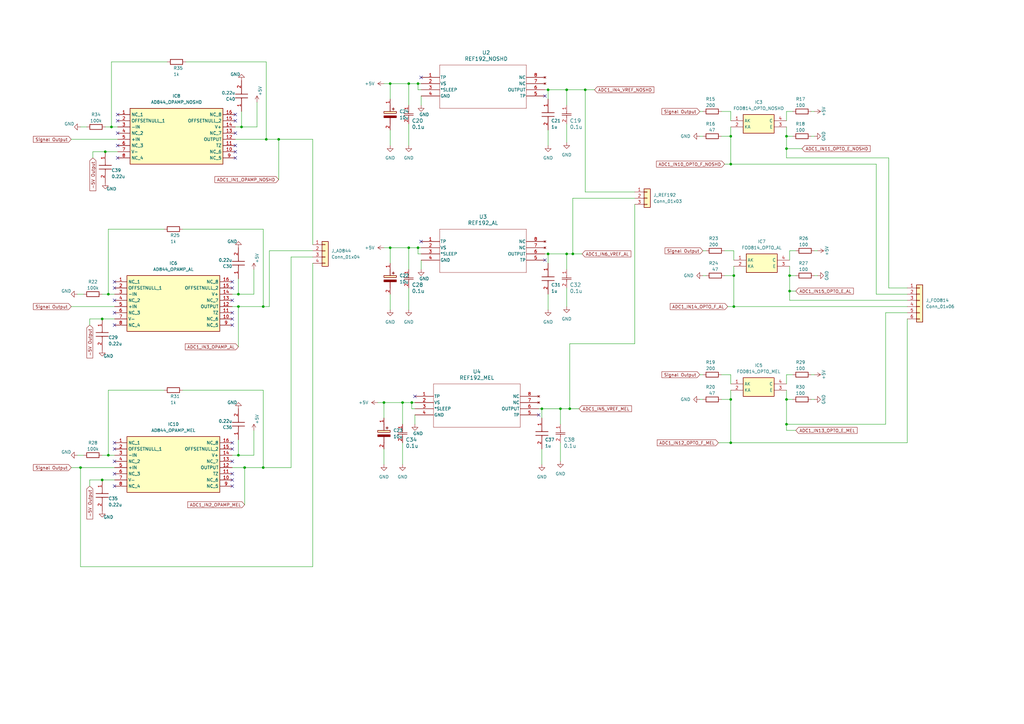
<source format=kicad_sch>
(kicad_sch (version 20230121) (generator eeschema)
  (paper "A3")
  (title_block (title "REF192-AD844-FOD814 Testing Circuits") (rev "1"))
  (lib_symbols
    (symbol "Connector_Generic:Conn_01x03" (pin_names (offset 1.016) hide)
      (property "Reference" "J" (at 0 5.08 0))
      (property "Value" "Conn_01x03" (at 0 -5.08 0))
      (symbol "Conn_01x03_1_1"
        (rectangle (start -1.27 -2.413) (end 0 -2.667) (stroke (width 0.1524)))
        (rectangle (start -1.27 0.127) (end 0 -0.127) (stroke (width 0.1524)))
        (rectangle (start -1.27 2.667) (end 0 2.413) (stroke (width 0.1524)))
        (rectangle (start -1.27 3.81) (end 1.27 -3.81) (stroke (width 0.254)) (fill (type background)))
        (pin passive line (at -5.08 2.54 0) (length 3.81) (name "Pin_1") (number "1"))
        (pin passive line (at -5.08 0 0) (length 3.81) (name "Pin_2") (number "2"))
        (pin passive line (at -5.08 -2.54 0) (length 3.81) (name "Pin_3") (number "3"))
      )
    )
    (symbol "Connector_Generic:Conn_01x04" (pin_names (offset 1.016) hide)
      (property "Reference" "J" (at 0 5.08 0))
      (property "Value" "Conn_01x04" (at 0 -7.62 0))
      (symbol "Conn_01x04_1_1"
        (rectangle (start -1.27 -4.953) (end 0 -5.207) (stroke (width 0.1524)))
        (rectangle (start -1.27 -2.413) (end 0 -2.667) (stroke (width 0.1524)))
        (rectangle (start -1.27 0.127) (end 0 -0.127) (stroke (width 0.1524)))
        (rectangle (start -1.27 2.667) (end 0 2.413) (stroke (width 0.1524)))
        (rectangle (start -1.27 3.81) (end 1.27 -6.35) (stroke (width 0.254)) (fill (type background)))
        (pin passive line (at -5.08 2.54 0) (length 3.81) (name "Pin_1") (number "1"))
        (pin passive line (at -5.08 0 0) (length 3.81) (name "Pin_2") (number "2"))
        (pin passive line (at -5.08 -2.54 0) (length 3.81) (name "Pin_3") (number "3"))
        (pin passive line (at -5.08 -5.08 0) (length 3.81) (name "Pin_4") (number "4"))
      )
    )
    (symbol "Connector_Generic:Conn_01x06" (pin_names (offset 1.016) hide)
      (property "Reference" "J" (at 0 7.62 0))
      (property "Value" "Conn_01x06" (at 0 -10.16 0))
      (symbol "Conn_01x06_1_1"
        (rectangle (start -1.27 -7.493) (end 0 -7.747) (stroke (width 0.1524)))
        (rectangle (start -1.27 -4.953) (end 0 -5.207) (stroke (width 0.1524)))
        (rectangle (start -1.27 -2.413) (end 0 -2.667) (stroke (width 0.1524)))
        (rectangle (start -1.27 0.127) (end 0 -0.127) (stroke (width 0.1524)))
        (rectangle (start -1.27 2.667) (end 0 2.413) (stroke (width 0.1524)))
        (rectangle (start -1.27 5.207) (end 0 4.953) (stroke (width 0.1524)))
        (rectangle (start -1.27 6.35) (end 1.27 -8.89) (stroke (width 0.254)) (fill (type background)))
        (pin passive line (at -5.08 5.08 0) (length 3.81) (name "Pin_1") (number "1"))
        (pin passive line (at -5.08 2.54 0) (length 3.81) (name "Pin_2") (number "2"))
        (pin passive line (at -5.08 0 0) (length 3.81) (name "Pin_3") (number "3"))
        (pin passive line (at -5.08 -2.54 0) (length 3.81) (name "Pin_4") (number "4"))
        (pin passive line (at -5.08 -5.08 0) (length 3.81) (name "Pin_5") (number "5"))
        (pin passive line (at -5.08 -7.62 0) (length 3.81) (name "Pin_6") (number "6"))
      )
    )
    (symbol "Device:R" (pin_numbers hide) (pin_names (offset 0))
      (property "Reference" "R" (at 2.032 0 90))
      (property "Value" "R" (at 0 0 90))
      (symbol "R_0_1"
        (rectangle (start -1.016 -2.54) (end 1.016 2.54) (stroke (width 0.254)))
      )
      (symbol "R_1_1"
        (pin passive line (at 0 3.81 270) (length 1.27) (name "~") (number "1"))
        (pin passive line (at 0 -3.81 90) (length 1.27) (name "~") (number "2"))
      )
    )
    (symbol "capstone:AD844JRZ-16-REEL7"
      (property "Reference" "IC" (at 44.45 7.62 0))
      (property "Value" "AD844JRZ-16-REEL7" (at 44.45 5.08 0))
      (symbol "AD844JRZ-16-REEL7_1_1"
        (rectangle (start 5.08 2.54) (end 43.18 -20.32) (stroke (width 0.254)) (fill (type background)))
        (pin passive line (at 0 0 0) (length 5.08) (name "NC_1") (number "1"))
        (pin passive line (at 48.26 -15.24 180) (length 5.08) (name "NC_6") (number "10"))
        (pin passive line (at 48.26 -12.7 180) (length 5.08) (name "TZ") (number "11"))
        (pin passive line (at 48.26 -10.16 180) (length 5.08) (name "OUTPUT") (number "12"))
        (pin passive line (at 48.26 -7.62 180) (length 5.08) (name "NC_7") (number "13"))
        (pin passive line (at 48.26 -5.08 180) (length 5.08) (name "V+") (number "14"))
        (pin passive line (at 48.26 -2.54 180) (length 5.08) (name "OFFSETNULL_2") (number "15"))
        (pin passive line (at 48.26 0 180) (length 5.08) (name "NC_8") (number "16"))
        (pin passive line (at 0 -2.54 0) (length 5.08) (name "OFFSETNULL_1") (number "2"))
        (pin passive line (at 0 -5.08 0) (length 5.08) (name "-IN") (number "3"))
        (pin passive line (at 0 -7.62 0) (length 5.08) (name "NC_2") (number "4"))
        (pin passive line (at 0 -10.16 0) (length 5.08) (name "+IN") (number "5"))
        (pin passive line (at 0 -12.7 0) (length 5.08) (name "NC_3") (number "6"))
        (pin passive line (at 0 -15.24 0) (length 5.08) (name "V-") (number "7"))
        (pin passive line (at 0 -17.78 0) (length 5.08) (name "NC_4") (number "8"))
        (pin passive line (at 48.26 -17.78 180) (length 5.08) (name "NC_5") (number "9"))
      )
    )
    (symbol "capstone:C0805C104K5RAC7210" (pin_names (offset 0.254))
      (property "Reference" "C" (at 3.81 3.81 0))
      (property "Value" "C0805C104K5RAC7210" (at 3.81 -3.81 0))
      (symbol "C0805C104K5RAC7210_1_1"
        (polyline (pts (xy 2.54 0) (xy 3.4798 0)) (stroke (width 0.2032)))
        (polyline (pts (xy 3.4798 -1.905) (xy 3.4798 1.905)) (stroke (width 0.2032)))
        (polyline (pts (xy 4.1148 -1.905) (xy 4.1148 1.905)) (stroke (width 0.2032)))
        (polyline (pts (xy 4.1148 0) (xy 5.08 0)) (stroke (width 0.2032)))
        (pin unspecified line (at 0 0 0) (length 2.54) (name "") (number "1"))
        (pin unspecified line (at 7.62 0 180) (length 2.54) (name "") (number "2"))
      )
      (symbol "C0805C104K5RAC7210_1_2"
        (polyline (pts (xy -1.905 -4.1148) (xy 1.905 -4.1148)) (stroke (width 0.2032)))
        (polyline (pts (xy -1.905 -3.4798) (xy 1.905 -3.4798)) (stroke (width 0.2032)))
        (polyline (pts (xy 0 -4.1148) (xy 0 -5.08)) (stroke (width 0.2032)))
        (polyline (pts (xy 0 -2.54) (xy 0 -3.4798)) (stroke (width 0.2032)))
        (pin unspecified line (at 0 0 270) (length 2.54) (name "") (number "1"))
        (pin unspecified line (at 0 -7.62 90) (length 2.54) (name "") (number "2"))
      )
    )
    (symbol "capstone:C0805C105Z5VACTU-1u" (pin_names hide)
      (property "Reference" "C" (at 8.89 6.35 0))
      (property "Value" "C0805C105Z5VACTU-1u" (at 8.89 3.81 0))
      (symbol "C0805C105Z5VACTU-1u_1_1"
        (polyline (pts (xy 5.08 0) (xy 5.588 0)) (stroke (width 0.254)))
        (polyline (pts (xy 5.588 2.54) (xy 5.588 -2.54)) (stroke (width 0.254)))
        (polyline (pts (xy 7.112 0) (xy 7.62 0)) (stroke (width 0.254)))
        (polyline (pts (xy 7.112 2.54) (xy 7.112 -2.54)) (stroke (width 0.254)))
        (pin passive line (at 0 0 0) (length 5.08) (name "1") (number "1"))
        (pin passive line (at 12.7 0 180) (length 5.08) (name "2") (number "2"))
      )
    )
    (symbol "capstone:C0805C224M5VACTU-0.22u" (pin_names hide)
      (property "Reference" "C" (at 8.89 6.35 0))
      (property "Value" "C0805C224M5VACTU-0.22u" (at 8.89 3.81 0))
      (symbol "C0805C224M5VACTU-0.22u_1_1"
        (polyline (pts (xy 5.08 0) (xy 5.588 0)) (stroke (width 0.254)))
        (polyline (pts (xy 5.588 2.54) (xy 5.588 -2.54)) (stroke (width 0.254)))
        (polyline (pts (xy 7.112 0) (xy 7.62 0)) (stroke (width 0.254)))
        (polyline (pts (xy 7.112 2.54) (xy 7.112 -2.54)) (stroke (width 0.254)))
        (pin passive line (at 0 0 0) (length 5.08) (name "1") (number "1"))
        (pin passive line (at 12.7 0 180) (length 5.08) (name "2") (number "2"))
      )
    )
    (symbol "capstone:FOD814SD"
      (property "Reference" "IC" (at 19.05 7.62 0))
      (property "Value" "FOD814SD" (at 19.05 5.08 0))
      (symbol "FOD814SD_1_1"
        (rectangle (start 5.08 2.54) (end 17.78 -5.08) (stroke (width 0.254)) (fill (type background)))
        (pin passive line (at 0 0 0) (length 5.08) (name "AK") (number "1"))
        (pin passive line (at 0 -2.54 0) (length 5.08) (name "KA") (number "2"))
        (pin passive line (at 22.86 -2.54 180) (length 5.08) (name "E") (number "3"))
        (pin passive line (at 22.86 0 180) (length 5.08) (name "C") (number "4"))
      )
    )
    (symbol "capstone:REF192GSZ" (pin_names (offset 0.254))
      (property "Reference" "U" (at 25.4 10.16 0))
      (property "Value" "REF192GSZ" (at 25.4 7.62 0))
      (symbol "REF192GSZ_0_1"
        (polyline (pts (xy 7.62 -12.7) (xy 43.18 -12.7)) (stroke (width 0.127)))
        (polyline (pts (xy 7.62 5.08) (xy 7.62 -12.7)) (stroke (width 0.127)))
        (polyline (pts (xy 43.18 -12.7) (xy 43.18 5.08)) (stroke (width 0.127)))
        (polyline (pts (xy 43.18 5.08) (xy 7.62 5.08)) (stroke (width 0.127)))
        (pin unspecified line (at 0 0 0) (length 7.62) (name "TP") (number "1"))
        (pin power_in line (at 0 -2.54 0) (length 7.62) (name "VS") (number "2"))
        (pin unspecified line (at 0 -5.08 0) (length 7.62) (name "*SLEEP") (number "3"))
        (pin power_in line (at 0 -7.62 0) (length 7.62) (name "GND") (number "4"))
        (pin unspecified line (at 50.8 -7.62 180) (length 7.62) (name "TP") (number "5"))
        (pin output line (at 50.8 -5.08 180) (length 7.62) (name "OUTPUT") (number "6"))
        (pin no_connect line (at 50.8 -2.54 180) (length 7.62) (name "NC") (number "7"))
        (pin no_connect line (at 50.8 0 180) (length 7.62) (name "NC") (number "8"))
      )
    )
    (symbol "capstone:T495D106K035ATE300" (pin_names hide)
      (property "Reference" "C" (at 8.89 6.35 0))
      (property "Value" "T495D106K035ATE300" (at 8.89 3.81 0))
      (symbol "T495D106K035ATE300_1_1"
        (polyline (pts (xy 2.54 0) (xy 5.08 0)) (stroke (width 0.254)))
        (polyline (pts (xy 4.064 1.778) (xy 4.064 0.762)) (stroke (width 0.254)))
        (polyline (pts (xy 4.572 1.27) (xy 3.556 1.27)) (stroke (width 0.254)))
        (polyline (pts (xy 7.62 0) (xy 10.16 0)) (stroke (width 0.254)))
        (polyline (pts (xy 7.62 2.54) (xy 7.62 -2.54) (xy 6.858 -2.54) (xy 6.858 2.54) (xy 7.62 2.54)) (stroke (width 0.254)) (fill (type outline)))
        (rectangle (start 5.08 2.54) (end 5.842 -2.54) (stroke (width 0.254)) (fill (type background)))
        (pin passive line (at 0 0 0) (length 2.54) (name "+") (number "1"))
        (pin passive line (at 12.7 0 180) (length 2.54) (name "-") (number "2"))
      )
    )
    (symbol "power:+5V" (power) (pin_names (offset 0))
      (property "Value" "+5V" (at 0 3.556 0))
      (symbol "+5V_0_1"
        (polyline (pts (xy -0.762 1.27) (xy 0 2.54)))
        (polyline (pts (xy 0 0) (xy 0 2.54)))
        (polyline (pts (xy 0 2.54) (xy 0.762 1.27)))
      )
      (symbol "+5V_1_1"
        (pin power_in line (at 0 0 90) (length 0) hide (name "+5V") (number "1"))
      )
    )
    (symbol "power:GND" (power) (pin_names (offset 0))
      (property "Value" "GND" (at 0 -3.81 0))
      (symbol "GND_0_1"
        (polyline (pts (xy 0 0) (xy 0 -1.27) (xy 1.27 -1.27) (xy 0 -2.54) (xy -1.27 -1.27) (xy 0 -1.27)))
      )
      (symbol "GND_1_1"
        (pin power_in line (at 0 0 270) (length 0) hide (name "GND") (number "1"))
      )
    )
  )
  (junction (at 44.45 120.65))
  (junction (at 229.87 167.64))
  (junction (at 322.58 173.99))
  (junction (at 44.45 186.69))
  (junction (at 168.91 165.1))
  (junction (at 322.58 60.96))
  (junction (at 41.91 196.85))
  (junction (at 300.99 113.03))
  (junction (at 232.41 36.83))
  (junction (at 100.33 191.77))
  (junction (at 99.06 52.07))
  (junction (at 299.72 67.31))
  (junction (at 160.02 101.6))
  (junction (at 222.25 167.64))
  (junction (at 33.02 191.77))
  (junction (at 114.3 57.15))
  (junction (at 323.85 119.38))
  (junction (at 299.72 181.61))
  (junction (at 300.99 125.73))
  (junction (at 171.45 34.29))
  (junction (at 97.79 120.65))
  (junction (at 107.95 191.77))
  (junction (at 224.79 36.83))
  (junction (at 41.91 130.81))
  (junction (at 157.48 165.1))
  (junction (at 299.72 163.83))
  (junction (at 167.64 34.29))
  (junction (at 97.79 125.73))
  (junction (at 160.02 34.29))
  (junction (at 165.1 165.1))
  (junction (at 232.41 104.14))
  (junction (at 323.85 113.03))
  (junction (at 167.64 101.6))
  (junction (at 234.95 104.14))
  (junction (at 322.58 55.88))
  (junction (at 299.72 55.88))
  (junction (at 224.79 104.14))
  (junction (at 171.45 101.6))
  (junction (at 107.95 125.73))
  (junction (at 240.03 36.83))
  (junction (at 97.79 186.69))
  (junction (at 233.68 167.64))
  (junction (at 322.58 163.83))
  (junction (at 43.18 62.23))
  (junction (at 109.22 57.15))
  (junction (at 45.72 52.07))
  (no_connect (at 46.99 118.11))
  (no_connect (at 96.52 64.77))
  (no_connect (at 96.52 62.23))
  (no_connect (at 46.99 115.57))
  (no_connect (at 172.72 31.75))
  (no_connect (at 46.99 128.27))
  (no_connect (at 95.25 194.31))
  (no_connect (at 95.25 189.23))
  (no_connect (at 95.25 199.39))
  (no_connect (at 223.52 39.37))
  (no_connect (at 46.99 184.15))
  (no_connect (at 46.99 189.23))
  (no_connect (at 46.99 181.61))
  (no_connect (at 170.18 162.56))
  (no_connect (at 95.25 115.57))
  (no_connect (at 46.99 133.35))
  (no_connect (at 223.52 106.68))
  (no_connect (at 46.99 199.39))
  (no_connect (at 46.99 194.31))
  (no_connect (at 95.25 184.15))
  (no_connect (at 220.98 170.18))
  (no_connect (at 95.25 118.11))
  (no_connect (at 172.72 99.06))
  (no_connect (at 48.26 49.53))
  (no_connect (at 95.25 196.85))
  (no_connect (at 48.26 64.77))
  (no_connect (at 96.52 49.53))
  (no_connect (at 95.25 123.19))
  (no_connect (at 96.52 59.69))
  (no_connect (at 95.25 128.27))
  (no_connect (at 96.52 46.99))
  (no_connect (at 96.52 54.61))
  (no_connect (at 95.25 133.35))
  (no_connect (at 48.26 46.99))
  (no_connect (at 46.99 123.19))
  (no_connect (at 48.26 54.61))
  (no_connect (at 95.25 181.61))
  (no_connect (at 48.26 59.69))
  (no_connect (at 95.25 130.81))
  (wire (pts (xy 97.79 120.65) (xy 104.14 120.65)))
  (wire (pts (xy 29.21 57.15) (xy 48.26 57.15)))
  (wire (pts (xy 233.68 167.64) (xy 237.49 167.64)))
  (wire (pts (xy 36.83 196.85) (xy 41.91 196.85)))
  (wire (pts (xy 299.72 181.61) (xy 299.72 163.83)))
  (wire (pts (xy 299.72 163.83) (xy 299.72 160.02)))
  (wire (pts (xy 76.2 25.4) (xy 109.22 25.4)))
  (wire (pts (xy 233.68 140.97) (xy 233.68 167.64)))
  (wire (pts (xy 323.85 123.19) (xy 323.85 119.38)))
  (wire (pts (xy 97.79 120.65) (xy 95.25 120.65)))
  (wire (pts (xy 170.18 167.64) (xy 168.91 167.64)))
  (wire (pts (xy 29.21 191.77) (xy 33.02 191.77)))
  (wire (pts (xy 97.79 186.69) (xy 95.25 186.69)))
  (wire (pts (xy 171.45 34.29) (xy 172.72 34.29)))
  (wire (pts (xy 260.35 81.28) (xy 234.95 81.28)))
  (wire (pts (xy 99.06 45.72) (xy 99.06 52.07)))
  (wire (pts (xy 295.91 55.88) (xy 299.72 55.88)))
  (wire (pts (xy 299.72 55.88) (xy 299.72 52.07)))
  (wire (pts (xy 165.1 165.1) (xy 165.1 173.99)))
  (wire (pts (xy 297.18 113.03) (xy 300.99 113.03)))
  (wire (pts (xy 95.25 191.77) (xy 100.33 191.77)))
  (wire (pts (xy 104.14 176.53) (xy 104.14 186.69)))
  (wire (pts (xy 128.27 102.87) (xy 110.49 102.87)))
  (wire (pts (xy 167.64 34.29) (xy 171.45 34.29)))
  (wire (pts (xy 38.1 62.23) (xy 38.1 64.77)))
  (wire (pts (xy 299.72 157.48) (xy 299.72 153.67)))
  (wire (pts (xy 107.95 125.73) (xy 110.49 125.73)))
  (wire (pts (xy 74.93 160.02) (xy 107.95 160.02)))
  (wire (pts (xy 41.91 130.81) (xy 46.99 130.81)))
  (wire (pts (xy 322.58 153.67) (xy 322.58 157.48)))
  (wire (pts (xy 300.99 113.03) (xy 300.99 109.22)))
  (wire (pts (xy 323.85 109.22) (xy 323.85 113.03)))
  (wire (pts (xy 109.22 57.15) (xy 114.3 57.15)))
  (wire (pts (xy 36.83 196.85) (xy 36.83 199.39)))
  (wire (pts (xy 322.58 163.83) (xy 325.12 163.83)))
  (wire (pts (xy 33.02 191.77) (xy 33.02 232.41)))
  (wire (pts (xy 322.58 52.07) (xy 322.58 55.88)))
  (wire (pts (xy 97.79 125.73) (xy 107.95 125.73)))
  (wire (pts (xy 332.74 163.83) (xy 334.01 163.83)))
  (wire (pts (xy 44.45 186.69) (xy 46.99 186.69)))
  (wire (pts (xy 160.02 53.34) (xy 160.02 59.69)))
  (wire (pts (xy 43.18 62.23) (xy 48.26 62.23)))
  (wire (pts (xy 223.52 36.83) (xy 224.79 36.83)))
  (wire (pts (xy 110.49 102.87) (xy 110.49 125.73)))
  (wire (pts (xy 334.01 153.67) (xy 332.74 153.67)))
  (wire (pts (xy 171.45 101.6) (xy 172.72 101.6)))
  (wire (pts (xy 67.31 160.02) (xy 44.45 160.02)))
  (wire (pts (xy 160.02 34.29) (xy 167.64 34.29)))
  (wire (pts (xy 45.72 25.4) (xy 45.72 52.07)))
  (wire (pts (xy 172.72 106.68) (xy 172.72 110.49)))
  (wire (pts (xy 31.75 186.69) (xy 34.29 186.69)))
  (wire (pts (xy 222.25 167.64) (xy 222.25 171.45)))
  (wire (pts (xy 334.01 113.03) (xy 335.28 113.03)))
  (wire (pts (xy 99.06 52.07) (xy 96.52 52.07)))
  (wire (pts (xy 300.99 102.87) (xy 297.18 102.87)))
  (wire (pts (xy 172.72 39.37) (xy 172.72 43.18)))
  (wire (pts (xy 107.95 93.98) (xy 107.95 125.73)))
  (wire (pts (xy 288.29 113.03) (xy 289.56 113.03)))
  (wire (pts (xy 299.72 45.72) (xy 295.91 45.72)))
  (wire (pts (xy 372.11 181.61) (xy 299.72 181.61)))
  (wire (pts (xy 45.72 25.4) (xy 68.58 25.4)))
  (wire (pts (xy 97.79 114.3) (xy 97.79 120.65)))
  (wire (pts (xy 260.35 140.97) (xy 233.68 140.97)))
  (wire (pts (xy 95.25 125.73) (xy 97.79 125.73)))
  (wire (pts (xy 44.45 93.98) (xy 44.45 120.65)))
  (wire (pts (xy 165.1 165.1) (xy 168.91 165.1)))
  (wire (pts (xy 44.45 160.02) (xy 44.45 186.69)))
  (wire (pts (xy 322.58 153.67) (xy 325.12 153.67)))
  (wire (pts (xy 128.27 107.95) (xy 128.27 232.41)))
  (wire (pts (xy 160.02 120.65) (xy 160.02 127)))
  (wire (pts (xy 99.06 52.07) (xy 105.41 52.07)))
  (wire (pts (xy 43.18 52.07) (xy 45.72 52.07)))
  (wire (pts (xy 299.72 153.67) (xy 295.91 153.67)))
  (wire (pts (xy 154.94 165.1) (xy 157.48 165.1)))
  (wire (pts (xy 287.02 163.83) (xy 288.29 163.83)))
  (wire (pts (xy 334.01 45.72) (xy 332.74 45.72)))
  (wire (pts (xy 323.85 102.87) (xy 323.85 106.68)))
  (wire (pts (xy 100.33 191.77) (xy 100.33 207.01)))
  (wire (pts (xy 157.48 165.1) (xy 165.1 165.1)))
  (wire (pts (xy 33.02 52.07) (xy 35.56 52.07)))
  (wire (pts (xy 109.22 25.4) (xy 109.22 57.15)))
  (wire (pts (xy 372.11 123.19) (xy 323.85 123.19)))
  (wire (pts (xy 364.49 118.11) (xy 364.49 64.77)))
  (wire (pts (xy 223.52 104.14) (xy 224.79 104.14)))
  (wire (pts (xy 260.35 83.82) (xy 260.35 140.97)))
  (wire (pts (xy 107.95 160.02) (xy 107.95 191.77)))
  (wire (pts (xy 160.02 107.95) (xy 160.02 101.6)))
  (wire (pts (xy 160.02 40.64) (xy 160.02 34.29)))
  (wire (pts (xy 359.41 67.31) (xy 299.72 67.31)))
  (wire (pts (xy 167.64 118.11) (xy 167.64 127)))
  (wire (pts (xy 322.58 176.53) (xy 326.39 176.53)))
  (wire (pts (xy 97.79 180.34) (xy 97.79 186.69)))
  (wire (pts (xy 260.35 78.74) (xy 240.03 78.74)))
  (wire (pts (xy 295.91 163.83) (xy 299.72 163.83)))
  (wire (pts (xy 288.29 102.87) (xy 289.56 102.87)))
  (wire (pts (xy 322.58 45.72) (xy 322.58 49.53)))
  (wire (pts (xy 323.85 119.38) (xy 326.39 119.38)))
  (wire (pts (xy 322.58 163.83) (xy 322.58 173.99)))
  (wire (pts (xy 372.11 130.81) (xy 372.11 181.61)))
  (wire (pts (xy 322.58 60.96) (xy 322.58 64.77)))
  (wire (pts (xy 157.48 171.45) (xy 157.48 165.1)))
  (wire (pts (xy 220.98 167.64) (xy 222.25 167.64)))
  (wire (pts (xy 114.3 57.15) (xy 114.3 73.66)))
  (wire (pts (xy 41.91 120.65) (xy 44.45 120.65)))
  (wire (pts (xy 171.45 104.14) (xy 171.45 101.6)))
  (wire (pts (xy 232.41 36.83) (xy 232.41 43.18)))
  (wire (pts (xy 322.58 160.02) (xy 322.58 163.83)))
  (wire (pts (xy 38.1 62.23) (xy 43.18 62.23)))
  (wire (pts (xy 232.41 104.14) (xy 232.41 110.49)))
  (wire (pts (xy 323.85 113.03) (xy 326.39 113.03)))
  (wire (pts (xy 224.79 36.83) (xy 224.79 40.64)))
  (wire (pts (xy 299.72 49.53) (xy 299.72 45.72)))
  (wire (pts (xy 364.49 64.77) (xy 322.58 64.77)))
  (wire (pts (xy 165.1 181.61) (xy 165.1 190.5)))
  (wire (pts (xy 372.11 128.27) (xy 363.22 128.27)))
  (wire (pts (xy 234.95 81.28) (xy 234.95 104.14)))
  (wire (pts (xy 240.03 36.83) (xy 243.84 36.83)))
  (wire (pts (xy 41.91 196.85) (xy 46.99 196.85)))
  (wire (pts (xy 229.87 167.64) (xy 233.68 167.64)))
  (wire (pts (xy 160.02 101.6) (xy 167.64 101.6)))
  (wire (pts (xy 232.41 36.83) (xy 240.03 36.83)))
  (wire (pts (xy 157.48 184.15) (xy 157.48 190.5)))
  (wire (pts (xy 44.45 120.65) (xy 46.99 120.65)))
  (wire (pts (xy 299.72 67.31) (xy 299.72 55.88)))
  (wire (pts (xy 294.64 181.61) (xy 299.72 181.61)))
  (wire (pts (xy 359.41 120.65) (xy 359.41 67.31)))
  (wire (pts (xy 96.52 57.15) (xy 109.22 57.15)))
  (wire (pts (xy 287.02 45.72) (xy 288.29 45.72)))
  (wire (pts (xy 224.79 104.14) (xy 224.79 107.95)))
  (wire (pts (xy 97.79 125.73) (xy 97.79 142.24)))
  (wire (pts (xy 36.83 130.81) (xy 36.83 133.35)))
  (wire (pts (xy 100.33 191.77) (xy 107.95 191.77)))
  (wire (pts (xy 224.79 104.14) (xy 232.41 104.14)))
  (wire (pts (xy 128.27 100.33) (xy 128.27 57.15)))
  (wire (pts (xy 229.87 181.61) (xy 229.87 189.23)))
  (wire (pts (xy 172.72 104.14) (xy 171.45 104.14)))
  (wire (pts (xy 287.02 153.67) (xy 288.29 153.67)))
  (wire (pts (xy 297.18 67.31) (xy 299.72 67.31)))
  (wire (pts (xy 232.41 50.8) (xy 232.41 58.42)))
  (wire (pts (xy 170.18 170.18) (xy 170.18 173.99)))
  (wire (pts (xy 97.79 186.69) (xy 104.14 186.69)))
  (wire (pts (xy 323.85 102.87) (xy 326.39 102.87)))
  (wire (pts (xy 128.27 232.41) (xy 33.02 232.41)))
  (wire (pts (xy 167.64 101.6) (xy 171.45 101.6)))
  (wire (pts (xy 229.87 167.64) (xy 229.87 173.99)))
  (wire (pts (xy 107.95 191.77) (xy 119.38 191.77)))
  (wire (pts (xy 300.99 106.68) (xy 300.99 102.87)))
  (wire (pts (xy 232.41 104.14) (xy 234.95 104.14)))
  (wire (pts (xy 128.27 105.41) (xy 119.38 105.41)))
  (wire (pts (xy 300.99 125.73) (xy 300.99 113.03)))
  (wire (pts (xy 322.58 60.96) (xy 328.93 60.96)))
  (wire (pts (xy 234.95 104.14) (xy 238.76 104.14)))
  (wire (pts (xy 322.58 176.53) (xy 322.58 173.99)))
  (wire (pts (xy 104.14 110.49) (xy 104.14 120.65)))
  (wire (pts (xy 157.48 34.29) (xy 160.02 34.29)))
  (wire (pts (xy 45.72 52.07) (xy 48.26 52.07)))
  (wire (pts (xy 232.41 118.11) (xy 232.41 125.73)))
  (wire (pts (xy 114.3 57.15) (xy 128.27 57.15)))
  (wire (pts (xy 363.22 128.27) (xy 363.22 173.99)))
  (wire (pts (xy 41.91 186.69) (xy 44.45 186.69)))
  (wire (pts (xy 167.64 34.29) (xy 167.64 43.18)))
  (wire (pts (xy 167.64 50.8) (xy 167.64 59.69)))
  (wire (pts (xy 323.85 119.38) (xy 323.85 113.03)))
  (wire (pts (xy 322.58 55.88) (xy 325.12 55.88)))
  (wire (pts (xy 67.31 93.98) (xy 44.45 93.98)))
  (wire (pts (xy 372.11 118.11) (xy 364.49 118.11)))
  (wire (pts (xy 240.03 78.74) (xy 240.03 36.83)))
  (wire (pts (xy 322.58 55.88) (xy 322.58 60.96)))
  (wire (pts (xy 322.58 45.72) (xy 325.12 45.72)))
  (wire (pts (xy 33.02 191.77) (xy 46.99 191.77)))
  (wire (pts (xy 168.91 167.64) (xy 168.91 165.1)))
  (wire (pts (xy 31.75 120.65) (xy 34.29 120.65)))
  (wire (pts (xy 298.45 125.73) (xy 300.99 125.73)))
  (wire (pts (xy 171.45 36.83) (xy 171.45 34.29)))
  (wire (pts (xy 105.41 41.91) (xy 105.41 52.07)))
  (wire (pts (xy 222.25 184.15) (xy 222.25 190.5)))
  (wire (pts (xy 300.99 125.73) (xy 372.11 125.73)))
  (wire (pts (xy 332.74 55.88) (xy 334.01 55.88)))
  (wire (pts (xy 363.22 173.99) (xy 322.58 173.99)))
  (wire (pts (xy 157.48 101.6) (xy 160.02 101.6)))
  (wire (pts (xy 167.64 101.6) (xy 167.64 110.49)))
  (wire (pts (xy 224.79 53.34) (xy 224.79 59.69)))
  (wire (pts (xy 172.72 36.83) (xy 171.45 36.83)))
  (wire (pts (xy 29.21 125.73) (xy 46.99 125.73)))
  (wire (pts (xy 335.28 102.87) (xy 334.01 102.87)))
  (wire (pts (xy 119.38 105.41) (xy 119.38 191.77)))
  (wire (pts (xy 222.25 167.64) (xy 229.87 167.64)))
  (wire (pts (xy 224.79 36.83) (xy 232.41 36.83)))
  (wire (pts (xy 372.11 120.65) (xy 359.41 120.65)))
  (wire (pts (xy 168.91 165.1) (xy 170.18 165.1)))
  (wire (pts (xy 287.02 55.88) (xy 288.29 55.88)))
  (wire (pts (xy 224.79 120.65) (xy 224.79 127)))
  (wire (pts (xy 74.93 93.98) (xy 107.95 93.98)))
  (wire (pts (xy 36.83 130.81) (xy 41.91 130.81)))
  (global_label "Signal Output" (shape input) (at 287.02 153.67 180) (property "Intersheetrefs" "${INTERSHEET_REFS}" (effects hide)))
  (global_label "ADC1_IN13_OPTO_E_MEL" (shape input) (at 326.39 176.53 0) (property "Intersheetrefs" "${INTERSHEET_REFS}" (effects hide)))
  (global_label "Signal Output" (shape input) (at 29.21 57.15 180) (property "Intersheetrefs" "${INTERSHEET_REFS}" (effects hide)))
  (global_label "Signal Output" (shape input) (at 29.21 125.73 180) (property "Intersheetrefs" "${INTERSHEET_REFS}" (effects hide)))
  (global_label "-5V Output" (shape input) (at 38.1 64.77 270) (property "Intersheetrefs" "${INTERSHEET_REFS}" (effects hide)))
  (global_label "ADC1_IN5_VREF_MEL" (shape input) (at 237.49 167.64 0) (property "Intersheetrefs" "${INTERSHEET_REFS}" (effects hide)))
  (global_label "ADC1_IN12_OPTO_F_MEL" (shape input) (at 294.64 181.61 180) (property "Intersheetrefs" "${INTERSHEET_REFS}" (effects hide)))
  (global_label "ADC1_IN14_OPTO_F_AL" (shape input) (at 298.45 125.73 180) (property "Intersheetrefs" "${INTERSHEET_REFS}" (effects hide)))
  (global_label "ADC1_IN4_VREF_NOSHD" (shape input) (at 243.84 36.83 0) (property "Intersheetrefs" "${INTERSHEET_REFS}" (effects hide)))
  (global_label "ADC1_IN10_OPTO_F_NOSHD" (shape input) (at 297.18 67.31 180) (property "Intersheetrefs" "${INTERSHEET_REFS}" (effects hide)))
  (global_label "-5V Output" (shape input) (at 36.83 133.35 270) (property "Intersheetrefs" "${INTERSHEET_REFS}" (effects hide)))
  (global_label "Signal Output" (shape input) (at 288.29 102.87 180) (property "Intersheetrefs" "${INTERSHEET_REFS}" (effects hide)))
  (global_label "ADC1_IN3_OPAMP_AL" (shape input) (at 97.79 142.24 180) (property "Intersheetrefs" "${INTERSHEET_REFS}" (effects hide)))
  (global_label "Signal Output" (shape input) (at 287.02 45.72 180) (property "Intersheetrefs" "${INTERSHEET_REFS}" (effects hide)))
  (global_label "ADC1_IN15_OPTO_E_AL" (shape input) (at 326.39 119.38 0) (property "Intersheetrefs" "${INTERSHEET_REFS}" (effects hide)))
  (global_label "ADC1_IN11_OPTO_E_NOSHD" (shape input) (at 328.93 60.96 0) (property "Intersheetrefs" "${INTERSHEET_REFS}" (effects hide)))
  (global_label "ADC1_IN1_OPAMP_NOSHD" (shape input) (at 114.3 73.66 180) (property "Intersheetrefs" "${INTERSHEET_REFS}" (effects hide)))
  (global_label "ADC1_IN6_VREF_AL" (shape input) (at 238.76 104.14 0) (property "Intersheetrefs" "${INTERSHEET_REFS}" (effects hide)))
  (global_label "ADC1_IN2_OPAMP_MEL" (shape input) (at 100.33 207.01 180) (property "Intersheetrefs" "${INTERSHEET_REFS}" (effects hide)))
  (global_label "-5V Output" (shape input) (at 36.83 199.39 270) (property "Intersheetrefs" "${INTERSHEET_REFS}" (effects hide)))
  (global_label "Signal Output" (shape input) (at 29.21 191.77 180) (property "Intersheetrefs" "${INTERSHEET_REFS}" (effects hide)))
  (symbol (lib_id "capstone:C0805C224M5VACTU-0.22u") (at 99.06 45.72 90) (unit 1)
    (property "Reference" "C40" (at 96.52 40.64 90) (effects (justify left)))
    (property "Value" "0.22u" (at 96.52 38.1 90) (effects (justify left)))
    (property "Footprint" "capstone:C0805-0.22u" (effects hide))
    (property "Datasheet" "https://content.kemet.com/datasheets/KEM_C1005_Y5V_SMD.pdf" (effects hide))
    (property "Height" "1.1" (effects hide))
    (property "Manufacturer_Name" "KEMET" (effects hide))
    (property "Manufacturer_Part_Number" "C0805C224M5VACTU" (effects hide))
  )
  (symbol (lib_id "capstone:REF192GSZ") (at 172.72 99.06 0) (unit 1)
    (property "Reference" "U3" (at 198.12 88.9 0) (effects (font (size 1.524 1.524))))
    (property "Value" "REF192_AL" (at 198.12 91.44 0) (effects (font (size 1.524 1.524))))
    (property "Footprint" "capstone:R_8_ADI-REF" (effects hide))
    (property "Datasheet" "REF192GSZ" (effects hide))
  )
  (symbol (lib_id "Device:R") (at 328.93 55.88 270) (unit 1)
    (property "Reference" "R18" (at 330.2 50.8 90) (effects (justify right)))
    (property "Value" "100" (at 330.2 53.34 90) (effects (justify right)))
    (property "Footprint" "Resistor_SMD:R_0402_1005Metric" (effects hide))
  )
  (symbol (lib_id "power:GND") (at 97.79 167.64 180) (unit 1)
    (property "Reference" "#PWR067" (effects hide))
    (property "Value" "GND" (at 95.25 165.1 0))
  )
  (symbol (lib_id "capstone:C0805C105Z5VACTU-1u") (at 224.79 40.64 270) (unit 1)
    (property "Reference" "C21" (at 226.06 49.53 90) (effects (justify left)))
    (property "Value" "1u" (at 226.06 52.07 90) (effects (justify left)))
    (property "Footprint" "capstone:C0805-1u" (effects hide))
    (property "Datasheet" "https://componentsearchengine.com/Datasheets/1/C0805C105Z5VACTU.pdf" (effects hide))
    (property "Height" "1.1" (effects hide))
    (property "Mouser Part Number" "80-C0805C105Z5VACTU" (effects hide))
    (property "Mouser Price/Stock" "https://www.mouser.com/Search/Refine.aspx?Keyword=80-C0805C105Z5VACTU" (effects hide))
    (property "Manufacturer_Name" "KEMET" (effects hide))
    (property "Manufacturer_Part_Number" "C0805C105Z5VACTU" (effects hide))
  )
  (symbol (lib_id "power:GND") (at 167.64 127 0) (unit 1)
    (property "Reference" "#PWR048" (effects hide))
    (property "Value" "GND" (at 167.64 132.08 0))
  )
  (symbol (lib_id "capstone:C0805C105Z5VACTU-1u") (at 224.79 107.95 270) (unit 1)
    (property "Reference" "C31" (at 226.06 116.84 90) (effects (justify left)))
    (property "Value" "1u" (at 226.06 119.38 90) (effects (justify left)))
    (property "Footprint" "capstone:C0805-1u" (effects hide))
    (property "Datasheet" "https://componentsearchengine.com/Datasheets/1/C0805C105Z5VACTU.pdf" (effects hide))
    (property "Height" "1.1" (effects hide))
    (property "Mouser Part Number" "80-C0805C105Z5VACTU" (effects hide))
    (property "Mouser Price/Stock" "https://www.mouser.com/Search/Refine.aspx?Keyword=80-C0805C105Z5VACTU" (effects hide))
    (property "Manufacturer_Name" "KEMET" (effects hide))
    (property "Manufacturer_Part_Number" "C0805C105Z5VACTU" (effects hide))
  )
  (symbol (lib_id "power:+5V") (at 157.48 101.6 90) (unit 1)
    (property "Reference" "#PWR04" (effects hide))
    (property "Value" "+5V" (at 153.67 101.6 90) (effects (justify left)))
  )
  (symbol (lib_id "capstone:REF192GSZ") (at 170.18 162.56 0) (unit 1)
    (property "Reference" "U4" (at 195.58 152.4 0) (effects (font (size 1.524 1.524))))
    (property "Value" "REF192_MEL" (at 195.58 154.94 0) (effects (font (size 1.524 1.524))))
    (property "Footprint" "capstone:R_8_ADI-REF" (effects hide))
    (property "Datasheet" "REF192GSZ" (effects hide))
  )
  (symbol (lib_id "capstone:C0805C104K5RAC7210") (at 165.1 173.99 270) (unit 1)
    (property "Reference" "C34" (at 166.37 180.34 90) (effects (font (size 1.524 1.524)) (justify left)))
    (property "Value" "0.1u" (at 166.37 182.88 90) (effects (font (size 1.524 1.524)) (justify left)))
    (property "Footprint" "capstone:CAPC220145_88N_KEM-0.1u" (effects hide))
    (property "Datasheet" "C0805C104K5RAC7210" (effects hide))
  )
  (symbol (lib_id "power:GND") (at 157.48 190.5 0) (unit 1)
    (property "Reference" "#PWR059" (effects hide))
    (property "Value" "GND" (at 157.48 195.58 0))
  )
  (symbol (lib_id "power:+5V") (at 157.48 34.29 90) (unit 1)
    (property "Reference" "#PWR037" (effects hide))
    (property "Value" "+5V" (at 153.67 34.29 90) (effects (justify left)))
  )
  (symbol (lib_id "Device:R") (at 330.2 113.03 270) (unit 1)
    (property "Reference" "R27" (at 331.47 107.95 90) (effects (justify right)))
    (property "Value" "100" (at 331.47 110.49 90) (effects (justify right)))
    (property "Footprint" "Resistor_SMD:R_0402_1005Metric" (effects hide))
  )
  (symbol (lib_id "capstone:C0805C104K5RAC7210") (at 167.64 43.18 270) (unit 1)
    (property "Reference" "C20" (at 168.91 49.53 90) (effects (font (size 1.524 1.524)) (justify left)))
    (property "Value" "0.1u" (at 168.91 52.07 90) (effects (font (size 1.524 1.524)) (justify left)))
    (property "Footprint" "capstone:CAPC220145_88N_KEM-0.1u" (effects hide))
    (property "Datasheet" "C0805C104K5RAC7210" (effects hide))
  )
  (symbol (lib_id "power:+5V") (at 154.94 165.1 90) (unit 1)
    (property "Reference" "#PWR058" (effects hide))
    (property "Value" "+5V" (at 151.13 165.1 90) (effects (justify left)))
  )
  (symbol (lib_id "capstone:C0805C104K5RAC7210") (at 232.41 43.18 270) (unit 1)
    (property "Reference" "C19" (at 233.68 49.53 90) (effects (font (size 1.524 1.524)) (justify left)))
    (property "Value" "0.1u" (at 233.68 52.07 90) (effects (font (size 1.524 1.524)) (justify left)))
    (property "Footprint" "capstone:CAPC220145_88N_KEM-0.1u" (effects hide))
    (property "Datasheet" "C0805C104K5RAC7210" (effects hide))
  )
  (symbol (lib_id "power:GND") (at 222.25 190.5 0) (unit 1)
    (property "Reference" "#PWR069" (effects hide))
    (property "Value" "GND" (at 222.25 195.58 0))
  )
  (symbol (lib_id "Device:R") (at 38.1 186.69 90) (unit 1)
    (property "Reference" "R28" (at 38.1 181.61 90))
    (property "Value" "100k" (at 38.1 184.15 90))
    (property "Footprint" "Resistor_SMD:R_0402_1005Metric" (effects hide))
  )
  (symbol (lib_id "capstone:C0805C104K5RAC7210") (at 229.87 173.99 270) (unit 1)
    (property "Reference" "C38" (at 231.14 180.34 90) (effects (font (size 1.524 1.524)) (justify left)))
    (property "Value" "0.1u" (at 231.14 182.88 90) (effects (font (size 1.524 1.524)) (justify left)))
    (property "Footprint" "capstone:CAPC220145_88N_KEM-0.1u" (effects hide))
    (property "Datasheet" "C0805C104K5RAC7210" (effects hide))
  )
  (symbol (lib_id "Device:R") (at 38.1 120.65 90) (unit 1)
    (property "Reference" "R22" (at 38.1 115.57 90))
    (property "Value" "100k" (at 38.1 118.11 90))
    (property "Footprint" "Resistor_SMD:R_0402_1005Metric" (effects hide))
  )
  (symbol (lib_id "capstone:C0805C224M5VACTU-0.22u") (at 43.18 62.23 270) (unit 1)
    (property "Reference" "C39" (at 45.72 69.85 90) (effects (justify left)))
    (property "Value" "0.22u" (at 45.72 72.39 90) (effects (justify left)))
    (property "Footprint" "capstone:C0805-0.22u" (effects hide))
    (property "Datasheet" "https://content.kemet.com/datasheets/KEM_C1005_Y5V_SMD.pdf" (effects hide))
    (property "Height" "1.1" (effects hide))
    (property "Manufacturer_Name" "KEMET" (effects hide))
    (property "Manufacturer_Part_Number" "C0805C224M5VACTU" (effects hide))
  )
  (symbol (lib_id "power:GND") (at 288.29 113.03 270) (unit 1)
    (property "Reference" "#PWR051" (effects hide))
    (property "Value" "GND" (at 284.48 113.03 90) (effects (justify right)))
  )
  (symbol (lib_id "power:GND") (at 232.41 58.42 0) (unit 1)
    (property "Reference" "#PWR041" (effects hide))
    (property "Value" "GND" (at 232.41 63.5 0))
  )
  (symbol (lib_id "capstone:C0805C105Z5VACTU-1u") (at 222.25 171.45 270) (unit 1)
    (property "Reference" "C37" (at 223.52 180.34 90) (effects (justify left)))
    (property "Value" "1u" (at 223.52 182.88 90) (effects (justify left)))
    (property "Footprint" "capstone:C0805-1u" (effects hide))
    (property "Datasheet" "https://componentsearchengine.com/Datasheets/1/C0805C105Z5VACTU.pdf" (effects hide))
    (property "Height" "1.1" (effects hide))
    (property "Mouser Part Number" "80-C0805C105Z5VACTU" (effects hide))
    (property "Mouser Price/Stock" "https://www.mouser.com/Search/Refine.aspx?Keyword=80-C0805C105Z5VACTU" (effects hide))
    (property "Manufacturer_Name" "KEMET" (effects hide))
    (property "Manufacturer_Part_Number" "C0805C105Z5VACTU" (effects hide))
  )
  (symbol (lib_id "power:+5V") (at 334.01 153.67 270) (unit 1)
    (property "Reference" "#PWR043" (effects hide))
    (property "Value" "+5V" (at 337.82 153.67 0))
  )
  (symbol (lib_id "power:GND") (at 43.18 74.93 0) (unit 1)
    (property "Reference" "#PWR072" (effects hide))
    (property "Value" "GND" (at 45.72 77.47 0))
  )
  (symbol (lib_id "Connector_Generic:Conn_01x06") (at 377.19 123.19 0) (unit 1)
    (property "Reference" "J_FOD814" (at 379.73 123.19 0) (effects (justify left)))
    (property "Value" "Conn_01x06" (at 379.73 125.73 0) (effects (justify left)))
    (property "Footprint" "Connector_PinHeader_2.54mm:PinHeader_1x06_P2.54mm_Vertical" (effects hide))
  )
  (symbol (lib_id "power:+5V") (at 104.14 110.49 0) (unit 1)
    (property "Reference" "#PWR055" (effects hide))
    (property "Value" "+5V" (at 105.41 107.95 90) (effects (justify left)))
  )
  (symbol (lib_id "capstone:C0805C224M5VACTU-0.22u") (at 41.91 196.85 270) (unit 1)
    (property "Reference" "C35" (at 44.45 204.47 90) (effects (justify left)))
    (property "Value" "0.22u" (at 44.45 207.01 90) (effects (justify left)))
    (property "Footprint" "capstone:C0805-0.22u" (effects hide))
    (property "Datasheet" "https://content.kemet.com/datasheets/KEM_C1005_Y5V_SMD.pdf" (effects hide))
    (property "Height" "1.1" (effects hide))
    (property "Manufacturer_Name" "KEMET" (effects hide))
    (property "Manufacturer_Part_Number" "C0805C224M5VACTU" (effects hide))
  )
  (symbol (lib_id "Device:R") (at 328.93 163.83 270) (unit 1)
    (property "Reference" "R30" (at 330.2 158.75 90) (effects (justify right)))
    (property "Value" "100" (at 330.2 161.29 90) (effects (justify right)))
    (property "Footprint" "Resistor_SMD:R_0402_1005Metric" (effects hide))
  )
  (symbol (lib_id "power:GND") (at 334.01 163.83 90) (unit 1)
    (property "Reference" "#PWR044" (effects hide))
    (property "Value" "GND" (at 337.82 163.83 0))
  )
  (symbol (lib_id "Device:R") (at 292.1 163.83 270) (unit 1)
    (property "Reference" "R20" (at 293.37 158.75 90) (effects (justify right)))
    (property "Value" "47" (at 293.37 161.29 90) (effects (justify right)))
    (property "Footprint" "Resistor_SMD:R_0402_1005Metric" (effects hide))
  )
  (symbol (lib_id "power:GND") (at 335.28 113.03 90) (unit 1)
    (property "Reference" "#PWR053" (effects hide))
    (property "Value" "GND" (at 339.09 113.03 0))
  )
  (symbol (lib_id "capstone:C0805C104K5RAC7210") (at 232.41 110.49 270) (unit 1)
    (property "Reference" "C32" (at 233.68 116.84 90) (effects (font (size 1.524 1.524)) (justify left)))
    (property "Value" "0.1u" (at 233.68 119.38 90) (effects (font (size 1.524 1.524)) (justify left)))
    (property "Footprint" "capstone:CAPC220145_88N_KEM-0.1u" (effects hide))
    (property "Datasheet" "C0805C104K5RAC7210" (effects hide))
  )
  (symbol (lib_id "power:GND") (at 287.02 163.83 270) (unit 1)
    (property "Reference" "#PWR038" (effects hide))
    (property "Value" "GND" (at 283.21 163.83 90) (effects (justify right)))
  )
  (symbol (lib_id "power:GND") (at 160.02 127 0) (unit 1)
    (property "Reference" "#PWR042" (effects hide))
    (property "Value" "GND" (at 160.02 132.08 0))
  )
  (symbol (lib_id "power:GND") (at 229.87 189.23 0) (unit 1)
    (property "Reference" "#PWR070" (effects hide))
    (property "Value" "GND" (at 229.87 194.31 0))
  )
  (symbol (lib_id "power:GND") (at 170.18 173.99 0) (unit 1)
    (property "Reference" "#PWR062" (effects hide))
    (property "Value" "GND" (at 171.45 177.8 0))
  )
  (symbol (lib_id "power:GND") (at 31.75 120.65 270) (unit 1)
    (property "Reference" "#PWR047" (effects hide))
    (property "Value" "GND" (at 29.21 119.38 90) (effects (justify right)))
  )
  (symbol (lib_id "power:GND") (at 41.91 143.51 0) (unit 1)
    (property "Reference" "#PWR050" (effects hide))
    (property "Value" "GND" (at 44.45 146.05 0))
  )
  (symbol (lib_id "power:GND") (at 33.02 52.07 270) (unit 1)
    (property "Reference" "#PWR071" (effects hide))
    (property "Value" "GND" (at 30.48 50.8 90) (effects (justify right)))
  )
  (symbol (lib_id "Device:R") (at 330.2 102.87 90) (unit 1)
    (property "Reference" "R26" (at 327.66 97.79 90) (effects (justify right)))
    (property "Value" "100" (at 327.66 100.33 90) (effects (justify right)))
    (property "Footprint" "Resistor_SMD:R_0402_1005Metric" (effects hide))
  )
  (symbol (lib_id "capstone:AD844JRZ-16-REEL7") (at 46.99 181.61 0) (unit 1)
    (property "Reference" "IC10" (at 71.12 173.99 0))
    (property "Value" "AD844_OPAMP_MEL" (at 71.12 176.53 0))
    (property "Footprint" "capstone:SOIC127P1032X265-16N-AD844" (effects hide))
    (property "Datasheet" "https://www.analog.com/media/en/technical-documentation/data-sheets/AD844.pdf" (effects hide))
    (property "Height" "2.65" (effects hide))
    (property "Mouser Part Number" "584-AD844JRZ-16-R7" (effects hide))
    (property "Mouser Price/Stock" "https://www.mouser.co.uk/ProductDetail/Analog-Devices/AD844JRZ-16-REEL7?qs=%2FtpEQrCGXCwXfa%252BIVVO7iw%3D%3D" (effects hide))
    (property "Manufacturer_Name" "Analog Devices" (effects hide))
    (property "Manufacturer_Part_Number" "AD844JRZ-16-REEL7" (effects hide))
  )
  (symbol (lib_id "capstone:AD844JRZ-16-REEL7") (at 48.26 46.99 0) (unit 1)
    (property "Reference" "IC8" (at 72.39 39.37 0))
    (property "Value" "AD844_OPAMP_NOSHD" (at 72.39 41.91 0))
    (property "Footprint" "capstone:SOIC127P1032X265-16N-AD844" (effects hide))
    (property "Datasheet" "https://www.analog.com/media/en/technical-documentation/data-sheets/AD844.pdf" (effects hide))
    (property "Height" "2.65" (effects hide))
    (property "Mouser Part Number" "584-AD844JRZ-16-R7" (effects hide))
    (property "Mouser Price/Stock" "https://www.mouser.co.uk/ProductDetail/Analog-Devices/AD844JRZ-16-REEL7?qs=%2FtpEQrCGXCwXfa%252BIVVO7iw%3D%3D" (effects hide))
    (property "Manufacturer_Name" "Analog Devices" (effects hide))
    (property "Manufacturer_Part_Number" "AD844JRZ-16-REEL7" (effects hide))
  )
  (symbol (lib_id "capstone:T495D106K035ATE300") (at 160.02 40.64 270) (unit 1)
    (property "Reference" "C24" (at 163.83 45.72 90) (effects (justify left)))
    (property "Value" "10u" (at 163.83 48.26 90) (effects (justify left)))
    (property "Footprint" "capstone:T495D" (effects hide))
    (property "Datasheet" "https://content.kemet.com/datasheets/KEM_T2009_T495.pdf" (effects hide))
    (property "Height" "3.1" (effects hide))
    (property "Mouser Part Number" "80-T495D106K035" (effects hide))
    (property "Mouser Price/Stock" "https://www.mouser.co.uk/ProductDetail/KEMET/T495D106K035ATE300?qs=WGttPWjGnKPjciLyydHM5g%3D%3D" (effects hide))
    (property "Manufacturer_Name" "KEMET" (effects hide))
    (property "Manufacturer_Part_Number" "T495D106K035ATE300" (effects hide))
  )
  (symbol (lib_id "Device:R") (at 292.1 55.88 270) (unit 1)
    (property "Reference" "R16" (at 293.37 50.8 90) (effects (justify right)))
    (property "Value" "47" (at 293.37 53.34 90) (effects (justify right)))
    (property "Footprint" "Resistor_SMD:R_0402_1005Metric" (effects hide))
  )
  (symbol (lib_id "power:GND") (at 97.79 101.6 180) (unit 1)
    (property "Reference" "#PWR054" (effects hide))
    (property "Value" "GND" (at 95.25 99.06 0))
  )
  (symbol (lib_id "capstone:C0805C224M5VACTU-0.22u") (at 41.91 130.81 270) (unit 1)
    (property "Reference" "C29" (at 44.45 138.43 90) (effects (justify left)))
    (property "Value" "0.22u" (at 44.45 140.97 90) (effects (justify left)))
    (property "Footprint" "capstone:C0805-0.22u" (effects hide))
    (property "Datasheet" "https://content.kemet.com/datasheets/KEM_C1005_Y5V_SMD.pdf" (effects hide))
    (property "Height" "1.1" (effects hide))
    (property "Manufacturer_Name" "KEMET" (effects hide))
    (property "Manufacturer_Part_Number" "C0805C224M5VACTU" (effects hide))
  )
  (symbol (lib_id "power:+5V") (at 334.01 45.72 270) (unit 1)
    (property "Reference" "#PWR033" (effects hide))
    (property "Value" "+5V" (at 337.82 45.72 0))
  )
  (symbol (lib_id "Device:R") (at 71.12 93.98 270) (unit 1)
    (property "Reference" "R25" (at 69.85 96.52 90) (effects (justify left)))
    (property "Value" "1k" (at 69.85 99.06 90) (effects (justify left)))
    (property "Footprint" "Resistor_SMD:R_0402_1005Metric" (effects hide))
  )
  (symbol (lib_id "power:GND") (at 167.64 59.69 0) (unit 1)
    (property "Reference" "#PWR039" (effects hide))
    (property "Value" "GND" (at 167.64 64.77 0))
  )
  (symbol (lib_id "power:+5V") (at 335.28 102.87 270) (unit 1)
    (property "Reference" "#PWR052" (effects hide))
    (property "Value" "+5V" (at 339.09 102.87 0))
  )
  (symbol (lib_id "power:GND") (at 224.79 59.69 0) (unit 1)
    (property "Reference" "#PWR040" (effects hide))
    (property "Value" "GND" (at 224.79 64.77 0))
  )
  (symbol (lib_id "power:GND") (at 41.91 209.55 0) (unit 1)
    (property "Reference" "#PWR063" (effects hide))
    (property "Value" "GND" (at 44.45 212.09 0))
  )
  (symbol (lib_id "capstone:T495D106K035ATE300") (at 157.48 171.45 270) (unit 1)
    (property "Reference" "C23" (at 161.29 176.53 90) (effects (justify left)))
    (property "Value" "10u" (at 161.29 179.07 90) (effects (justify left)))
    (property "Footprint" "capstone:T495D" (effects hide))
    (property "Datasheet" "https://content.kemet.com/datasheets/KEM_T2009_T495.pdf" (effects hide))
    (property "Height" "3.1" (effects hide))
    (property "Mouser Part Number" "80-T495D106K035" (effects hide))
    (property "Mouser Price/Stock" "https://www.mouser.co.uk/ProductDetail/KEMET/T495D106K035ATE300?qs=WGttPWjGnKPjciLyydHM5g%3D%3D" (effects hide))
    (property "Manufacturer_Name" "KEMET" (effects hide))
    (property "Manufacturer_Part_Number" "T495D106K035ATE300" (effects hide))
  )
  (symbol (lib_id "power:GND") (at 287.02 55.88 270) (unit 1)
    (property "Reference" "#PWR031" (effects hide))
    (property "Value" "GND" (at 283.21 55.88 90) (effects (justify right)))
  )
  (symbol (lib_id "Connector_Generic:Conn_01x03") (at 265.43 81.28 0) (unit 1)
    (property "Reference" "J_REF192" (at 267.97 80.01 0) (effects (justify left)))
    (property "Value" "Conn_01x03" (at 267.97 82.55 0) (effects (justify left)))
    (property "Footprint" "Connector_PinHeader_2.54mm:PinHeader_1x03_P2.54mm_Vertical" (effects hide))
  )
  (symbol (lib_id "power:GND") (at 224.79 127 0) (unit 1)
    (property "Reference" "#PWR056" (effects hide))
    (property "Value" "GND" (at 224.79 132.08 0))
  )
  (symbol (lib_id "capstone:AD844JRZ-16-REEL7") (at 46.99 115.57 0) (unit 1)
    (property "Reference" "IC6" (at 71.12 107.95 0))
    (property "Value" "AD844_OPAMP_AL" (at 71.12 110.49 0))
    (property "Footprint" "capstone:SOIC127P1032X265-16N-AD844" (effects hide))
    (property "Datasheet" "https://www.analog.com/media/en/technical-documentation/data-sheets/AD844.pdf" (effects hide))
    (property "Height" "2.65" (effects hide))
    (property "Mouser Part Number" "584-AD844JRZ-16-R7" (effects hide))
    (property "Mouser Price/Stock" "https://www.mouser.co.uk/ProductDetail/Analog-Devices/AD844JRZ-16-REEL7?qs=%2FtpEQrCGXCwXfa%252BIVVO7iw%3D%3D" (effects hide))
    (property "Manufacturer_Name" "Analog Devices" (effects hide))
    (property "Manufacturer_Part_Number" "AD844JRZ-16-REEL7" (effects hide))
  )
  (symbol (lib_id "capstone:FOD814SD") (at 299.72 157.48 0) (unit 1)
    (property "Reference" "IC5" (at 311.15 149.86 0))
    (property "Value" "FOD814_OPTO_MEL" (at 311.15 152.4 0))
    (property "Footprint" "capstone:SOP254P1016X385-4N-FOD" (effects hide))
    (property "Datasheet" "https://www.onsemi.com/pub/Collateral/FOD814-D.PDF" (effects hide))
    (property "Height" "3.85" (effects hide))
    (property "Mouser Part Number" "512-FOD814SD" (effects hide))
    (property "Mouser Price/Stock" "https://www.mouser.co.uk/ProductDetail/onsemi-Fairchild/FOD814SD?qs=CeF1Q8iNKQrGVkwSJplgAw%3D%3D" (effects hide))
    (property "Manufacturer_Name" "onsemi" (effects hide))
    (property "Manufacturer_Part_Number" "FOD814SD" (effects hide))
  )
  (symbol (lib_id "power:GND") (at 165.1 190.5 0) (unit 1)
    (property "Reference" "#PWR061" (effects hide))
    (property "Value" "GND" (at 165.1 195.58 0))
  )
  (symbol (lib_id "capstone:FOD814SD") (at 300.99 106.68 0) (unit 1)
    (property "Reference" "IC7" (at 312.42 99.06 0))
    (property "Value" "FOD814_OPTO_AL" (at 312.42 101.6 0))
    (property "Footprint" "capstone:SOP254P1016X385-4N-FOD" (effects hide))
    (property "Datasheet" "https://www.onsemi.com/pub/Collateral/FOD814-D.PDF" (effects hide))
    (property "Height" "3.85" (effects hide))
    (property "Mouser Part Number" "512-FOD814SD" (effects hide))
    (property "Mouser Price/Stock" "https://www.mouser.co.uk/ProductDetail/onsemi-Fairchild/FOD814SD?qs=CeF1Q8iNKQrGVkwSJplgAw%3D%3D" (effects hide))
    (property "Manufacturer_Name" "onsemi" (effects hide))
    (property "Manufacturer_Part_Number" "FOD814SD" (effects hide))
  )
  (symbol (lib_id "power:GND") (at 172.72 43.18 0) (unit 1)
    (property "Reference" "#PWR036" (effects hide))
    (property "Value" "GND" (at 173.99 46.99 0))
  )
  (symbol (lib_id "Device:R") (at 39.37 52.07 90) (unit 1)
    (property "Reference" "R34" (at 39.37 46.99 90))
    (property "Value" "100k" (at 39.37 49.53 90))
    (property "Footprint" "Resistor_SMD:R_0402_1005Metric" (effects hide))
  )
  (symbol (lib_id "Device:R") (at 328.93 45.72 90) (unit 1)
    (property "Reference" "R17" (at 326.39 40.64 90) (effects (justify right)))
    (property "Value" "100" (at 326.39 43.18 90) (effects (justify right)))
    (property "Footprint" "Resistor_SMD:R_0402_1005Metric" (effects hide))
  )
  (symbol (lib_id "Connector_Generic:Conn_01x04") (at 133.35 102.87 0) (unit 1)
    (property "Reference" "J_AD844" (at 135.89 102.87 0) (effects (justify left)))
    (property "Value" "Conn_01x04" (at 135.89 105.41 0) (effects (justify left)))
    (property "Footprint" "Connector_PinHeader_2.54mm:PinHeader_1x04_P2.54mm_Vertical" (effects hide))
  )
  (symbol (lib_id "Device:R") (at 72.39 25.4 270) (unit 1)
    (property "Reference" "R35" (at 71.12 27.94 90) (effects (justify left)))
    (property "Value" "1k" (at 71.12 30.48 90) (effects (justify left)))
    (property "Footprint" "Resistor_SMD:R_0402_1005Metric" (effects hide))
  )
  (symbol (lib_id "capstone:C0805C224M5VACTU-0.22u") (at 97.79 114.3 90) (unit 1)
    (property "Reference" "C30" (at 95.25 109.22 90) (effects (justify left)))
    (property "Value" "0.22u" (at 95.25 106.68 90) (effects (justify left)))
    (property "Footprint" "capstone:C0805-0.22u" (effects hide))
    (property "Datasheet" "https://content.kemet.com/datasheets/KEM_C1005_Y5V_SMD.pdf" (effects hide))
    (property "Height" "1.1" (effects hide))
    (property "Manufacturer_Name" "KEMET" (effects hide))
    (property "Manufacturer_Part_Number" "C0805C224M5VACTU" (effects hide))
  )
  (symbol (lib_id "Device:R") (at 293.37 113.03 270) (unit 1)
    (property "Reference" "R24" (at 294.64 107.95 90) (effects (justify right)))
    (property "Value" "47" (at 294.64 110.49 90) (effects (justify right)))
    (property "Footprint" "Resistor_SMD:R_0402_1005Metric" (effects hide))
  )
  (symbol (lib_id "power:GND") (at 31.75 186.69 270) (unit 1)
    (property "Reference" "#PWR060" (effects hide))
    (property "Value" "GND" (at 29.21 185.42 90) (effects (justify right)))
  )
  (symbol (lib_id "Device:R") (at 292.1 45.72 270) (unit 1)
    (property "Reference" "R15" (at 293.37 40.64 90) (effects (justify right)))
    (property "Value" "200" (at 293.37 43.18 90) (effects (justify right)))
    (property "Footprint" "Resistor_SMD:R_0402_1005Metric" (effects hide))
  )
  (symbol (lib_id "Device:R") (at 71.12 160.02 270) (unit 1)
    (property "Reference" "R31" (at 69.85 162.56 90) (effects (justify left)))
    (property "Value" "1k" (at 69.85 165.1 90) (effects (justify left)))
    (property "Footprint" "Resistor_SMD:R_0402_1005Metric" (effects hide))
  )
  (symbol (lib_id "Device:R") (at 292.1 153.67 270) (unit 1)
    (property "Reference" "R19" (at 293.37 148.59 90) (effects (justify right)))
    (property "Value" "200" (at 293.37 151.13 90) (effects (justify right)))
    (property "Footprint" "Resistor_SMD:R_0402_1005Metric" (effects hide))
  )
  (symbol (lib_id "capstone:C0805C104K5RAC7210") (at 167.64 110.49 270) (unit 1)
    (property "Reference" "C28" (at 168.91 116.84 90) (effects (font (size 1.524 1.524)) (justify left)))
    (property "Value" "0.1u" (at 168.91 119.38 90) (effects (font (size 1.524 1.524)) (justify left)))
    (property "Footprint" "capstone:CAPC220145_88N_KEM-0.1u" (effects hide))
    (property "Datasheet" "C0805C104K5RAC7210" (effects hide))
  )
  (symbol (lib_id "capstone:T495D106K035ATE300") (at 160.02 107.95 270) (unit 1)
    (property "Reference" "C22" (at 163.83 113.03 90) (effects (justify left)))
    (property "Value" "10u" (at 163.83 115.57 90) (effects (justify left)))
    (property "Footprint" "capstone:T495D" (effects hide))
    (property "Datasheet" "https://content.kemet.com/datasheets/KEM_T2009_T495.pdf" (effects hide))
    (property "Height" "3.1" (effects hide))
    (property "Mouser Part Number" "80-T495D106K035" (effects hide))
    (property "Mouser Price/Stock" "https://www.mouser.co.uk/ProductDetail/KEMET/T495D106K035ATE300?qs=WGttPWjGnKPjciLyydHM5g%3D%3D" (effects hide))
    (property "Manufacturer_Name" "KEMET" (effects hide))
    (property "Manufacturer_Part_Number" "T495D106K035ATE300" (effects hide))
  )
  (symbol (lib_id "power:GND") (at 99.06 33.02 180) (unit 1)
    (property "Reference" "#PWR073" (effects hide))
    (property "Value" "GND" (at 96.52 30.48 0))
  )
  (symbol (lib_id "power:GND") (at 334.01 55.88 90) (unit 1)
    (property "Reference" "#PWR034" (effects hide))
    (property "Value" "GND" (at 337.82 55.88 0))
  )
  (symbol (lib_id "capstone:REF192GSZ") (at 172.72 31.75 0) (unit 1)
    (property "Reference" "U2" (at 199.39 21.59 0) (effects (font (size 1.524 1.524))))
    (property "Value" "REF192_NOSHD" (at 199.39 24.13 0) (effects (font (size 1.524 1.524))))
    (property "Footprint" "capstone:R_8_ADI-REF" (effects hide))
    (property "Datasheet" "REF192GSZ" (effects hide))
  )
  (symbol (lib_id "power:+5V") (at 105.41 41.91 0) (unit 1)
    (property "Reference" "#PWR074" (effects hide))
    (property "Value" "+5V" (at 106.68 39.37 90) (effects (justify left)))
  )
  (symbol (lib_id "power:+5V") (at 104.14 176.53 0) (unit 1)
    (property "Reference" "#PWR068" (effects hide))
    (property "Value" "+5V" (at 105.41 173.99 90) (effects (justify left)))
  )
  (symbol (lib_id "Device:R") (at 328.93 153.67 90) (unit 1)
    (property "Reference" "R29" (at 326.39 148.59 90) (effects (justify right)))
    (property "Value" "100" (at 326.39 151.13 90) (effects (justify right)))
    (property "Footprint" "Resistor_SMD:R_0402_1005Metric" (effects hide))
  )
  (symbol (lib_id "Device:R") (at 293.37 102.87 270) (unit 1)
    (property "Reference" "R23" (at 294.64 97.79 90) (effects (justify right)))
    (property "Value" "200" (at 294.64 100.33 90) (effects (justify right)))
    (property "Footprint" "Resistor_SMD:R_0402_1005Metric" (effects hide))
  )
  (symbol (lib_id "power:GND") (at 160.02 59.69 0) (unit 1)
    (property "Reference" "#PWR046" (effects hide))
    (property "Value" "GND" (at 160.02 64.77 0))
  )
  (symbol (lib_id "power:GND") (at 172.72 110.49 0) (unit 1)
    (property "Reference" "#PWR049" (effects hide))
    (property "Value" "GND" (at 173.99 114.3 0))
  )
  (symbol (lib_id "capstone:FOD814SD") (at 299.72 49.53 0) (unit 1)
    (property "Reference" "IC3" (at 311.15 41.91 0))
    (property "Value" "FOD814_OPTO_NOSHD" (at 311.15 44.45 0))
    (property "Footprint" "capstone:SOP254P1016X385-4N-FOD" (effects hide))
    (property "Datasheet" "https://www.onsemi.com/pub/Collateral/FOD814-D.PDF" (effects hide))
    (property "Height" "3.85" (effects hide))
    (property "Mouser Part Number" "512-FOD814SD" (effects hide))
    (property "Mouser Price/Stock" "https://www.mouser.co.uk/ProductDetail/onsemi-Fairchild/FOD814SD?qs=CeF1Q8iNKQrGVkwSJplgAw%3D%3D" (effects hide))
    (property "Manufacturer_Name" "onsemi" (effects hide))
    (property "Manufacturer_Part_Number" "FOD814SD" (effects hide))
  )
  (symbol (lib_id "power:GND") (at 232.41 125.73 0) (unit 1)
    (property "Reference" "#PWR057" (effects hide))
    (property "Value" "GND" (at 232.41 130.81 0))
  )
  (symbol (lib_id "capstone:C0805C224M5VACTU-0.22u") (at 97.79 180.34 90) (unit 1)
    (property "Reference" "C36" (at 95.25 175.26 90) (effects (justify left)))
    (property "Value" "0.22u" (at 95.25 172.72 90) (effects (justify left)))
    (property "Footprint" "capstone:C0805-0.22u" (effects hide))
    (property "Datasheet" "https://content.kemet.com/datasheets/KEM_C1005_Y5V_SMD.pdf" (effects hide))
    (property "Height" "1.1" (effects hide))
    (property "Manufacturer_Name" "KEMET" (effects hide))
    (property "Manufacturer_Part_Number" "C0805C224M5VACTU" (effects hide))
  )
)
</source>
